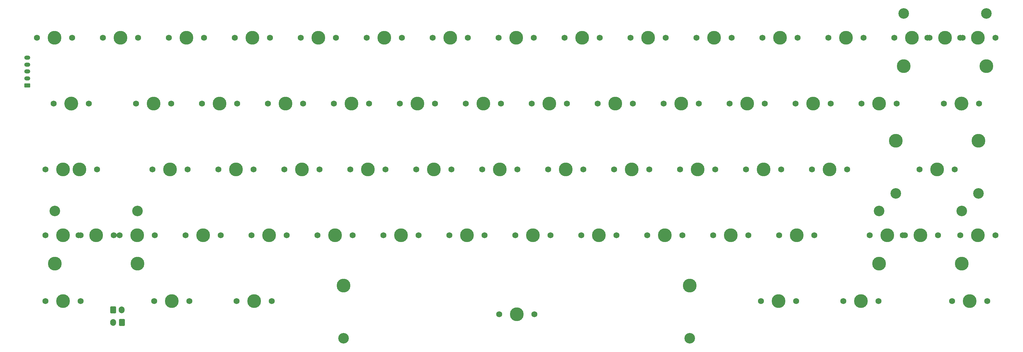
<source format=gbr>
%TF.GenerationSoftware,KiCad,Pcbnew,8.99.0-946-gf00a1ab517*%
%TF.CreationDate,2024-05-15T19:42:52+07:00*%
%TF.ProjectId,toro60_hs,746f726f-3630-45f6-9873-2e6b69636164,rev?*%
%TF.SameCoordinates,Original*%
%TF.FileFunction,Soldermask,Top*%
%TF.FilePolarity,Negative*%
%FSLAX46Y46*%
G04 Gerber Fmt 4.6, Leading zero omitted, Abs format (unit mm)*
G04 Created by KiCad (PCBNEW 8.99.0-946-gf00a1ab517) date 2024-05-15 19:42:52*
%MOMM*%
%LPD*%
G01*
G04 APERTURE LIST*
G04 Aperture macros list*
%AMRoundRect*
0 Rectangle with rounded corners*
0 $1 Rounding radius*
0 $2 $3 $4 $5 $6 $7 $8 $9 X,Y pos of 4 corners*
0 Add a 4 corners polygon primitive as box body*
4,1,4,$2,$3,$4,$5,$6,$7,$8,$9,$2,$3,0*
0 Add four circle primitives for the rounded corners*
1,1,$1+$1,$2,$3*
1,1,$1+$1,$4,$5*
1,1,$1+$1,$6,$7*
1,1,$1+$1,$8,$9*
0 Add four rect primitives between the rounded corners*
20,1,$1+$1,$2,$3,$4,$5,0*
20,1,$1+$1,$4,$5,$6,$7,0*
20,1,$1+$1,$6,$7,$8,$9,0*
20,1,$1+$1,$8,$9,$2,$3,0*%
G04 Aperture macros list end*
%ADD10C,1.750000*%
%ADD11C,3.987800*%
%ADD12C,4.000000*%
%ADD13RoundRect,0.250000X0.600000X0.750000X-0.600000X0.750000X-0.600000X-0.750000X0.600000X-0.750000X0*%
%ADD14O,1.700000X2.000000*%
%ADD15RoundRect,0.250000X0.625000X-0.350000X0.625000X0.350000X-0.625000X0.350000X-0.625000X-0.350000X0*%
%ADD16O,1.750000X1.200000*%
%ADD17C,3.048000*%
%ADD18RoundRect,0.250000X-0.600000X-0.750000X0.600000X-0.750000X0.600000X0.750000X-0.600000X0.750000X0*%
G04 APERTURE END LIST*
D10*
%TO.C,SW29*%
X301898000Y-155325000D03*
D11*
X306978000Y-155325000D03*
D12*
X306978000Y-155325000D03*
D10*
X312058000Y-155325000D03*
%TD*%
%TO.C,SW30*%
X57264000Y-174375000D03*
D11*
X52184000Y-174375000D03*
D10*
X47104000Y-174375000D03*
%TD*%
%TO.C,SW16*%
X44723000Y-155325000D03*
D11*
X49803000Y-155325000D03*
D12*
X49803000Y-155325000D03*
D10*
X54883000Y-155325000D03*
%TD*%
%TO.C,SW69*%
X272845999Y-212475000D03*
D11*
X277925999Y-212475000D03*
D10*
X283005999Y-212475000D03*
%TD*%
%TO.C,SW50*%
X178072500Y-193425000D03*
D11*
X183152500Y-193425000D03*
D10*
X188232500Y-193425000D03*
%TD*%
%TO.C,SW31*%
X73297500Y-174375000D03*
D11*
X78377500Y-174375000D03*
D10*
X83457500Y-174375000D03*
%TD*%
%TO.C,SW13*%
X268560000Y-136275000D03*
D11*
X273640000Y-136275000D03*
D10*
X278720000Y-136275000D03*
%TD*%
%TO.C,SW46*%
X101872500Y-193425000D03*
D11*
X106952500Y-193425000D03*
D10*
X112032500Y-193425000D03*
%TD*%
%TO.C,SW19*%
X106635000Y-155325000D03*
D11*
X111715000Y-155325000D03*
D10*
X116795000Y-155325000D03*
%TD*%
%TO.C,SW23*%
X182835000Y-155325000D03*
D11*
X187915000Y-155325000D03*
D10*
X192995000Y-155325000D03*
%TD*%
D13*
%TO.C,SWb\u00F4t1*%
X64435000Y-218675000D03*
D14*
X61935000Y-218675000D03*
%TD*%
D10*
%TO.C,SW53*%
X235222500Y-193425000D03*
D11*
X240302500Y-193425000D03*
D10*
X245382500Y-193425000D03*
%TD*%
%TO.C,SW28*%
X278085000Y-155325000D03*
D11*
X283165000Y-155325000D03*
D10*
X288245000Y-155325000D03*
%TD*%
%TO.C,SW56*%
X306660000Y-193425000D03*
D11*
X311740000Y-193425000D03*
D10*
X316820000Y-193425000D03*
%TD*%
%TO.C,SW34*%
X130447500Y-174375000D03*
D11*
X135527500Y-174375000D03*
D10*
X140607500Y-174375000D03*
%TD*%
%TO.C,SW45*%
X82822500Y-193425000D03*
D11*
X87902500Y-193425000D03*
D10*
X92982500Y-193425000D03*
%TD*%
%TO.C,SW2*%
X59010000Y-136275000D03*
D11*
X64090000Y-136275000D03*
D10*
X69170000Y-136275000D03*
%TD*%
%TO.C,SW21*%
X144735000Y-155325000D03*
D11*
X149815000Y-155325000D03*
D10*
X154895000Y-155325000D03*
%TD*%
%TO.C,SW3*%
X78060000Y-136275000D03*
D11*
X83140000Y-136275000D03*
D10*
X88220000Y-136275000D03*
%TD*%
%TO.C,SW26*%
X239985000Y-155325000D03*
D11*
X245065000Y-155325000D03*
D10*
X250145000Y-155325000D03*
%TD*%
D15*
%TO.C,J2*%
X37165000Y-150065000D03*
D16*
X37165000Y-148065000D03*
X37165000Y-146065000D03*
X37165000Y-144065000D03*
X37165000Y-142065000D03*
%TD*%
D10*
%TO.C,SW8*%
X173310000Y-136275000D03*
D11*
X178390000Y-136275000D03*
D10*
X183470000Y-136275000D03*
%TD*%
%TO.C,SW22*%
X163785000Y-155325000D03*
D11*
X168865000Y-155325000D03*
D10*
X173945000Y-155325000D03*
%TD*%
%TO.C,SW6*%
X135210000Y-136275000D03*
D11*
X140290000Y-136275000D03*
D10*
X145370000Y-136275000D03*
%TD*%
%TO.C,SW14*%
X297770000Y-136275000D03*
D11*
X292690000Y-136275000D03*
D10*
X287610000Y-136275000D03*
%TD*%
%TO.C,SW20*%
X125685000Y-155325000D03*
D11*
X130765000Y-155325000D03*
D10*
X135845000Y-155325000D03*
%TD*%
%TO.C,SW24*%
X201885000Y-155325000D03*
D11*
X206965000Y-155325000D03*
D10*
X212045000Y-155325000D03*
%TD*%
%TO.C,SW40*%
X244747500Y-174375000D03*
D11*
X249827500Y-174375000D03*
D10*
X254907500Y-174375000D03*
%TD*%
%TO.C,SW36*%
X168547500Y-174375000D03*
D11*
X173627500Y-174375000D03*
D10*
X178707500Y-174375000D03*
%TD*%
%TO.C,SW35*%
X149497500Y-174375000D03*
D11*
X154577500Y-174375000D03*
D10*
X159657500Y-174375000D03*
%TD*%
%TO.C,SW17*%
X68535000Y-155325000D03*
D11*
X73615000Y-155325000D03*
D10*
X78695000Y-155325000D03*
%TD*%
%TO.C,SW41*%
X263797500Y-174375000D03*
D11*
X268877500Y-174375000D03*
D10*
X273957500Y-174375000D03*
%TD*%
%TO.C,SW39*%
X225697500Y-174375000D03*
D11*
X230777500Y-174375000D03*
D10*
X235857500Y-174375000D03*
%TD*%
D11*
%TO.C,SW1005*%
X307009500Y-201680000D03*
D17*
X307009500Y-186440000D03*
D10*
X300151500Y-193425000D03*
D11*
X295071500Y-193425000D03*
D10*
X289991500Y-193425000D03*
D11*
X283133500Y-201680000D03*
D17*
X283133500Y-186440000D03*
%TD*%
D10*
%TO.C,SW11*%
X230460000Y-136275000D03*
D11*
X235540000Y-136275000D03*
D10*
X240620000Y-136275000D03*
%TD*%
%TO.C,SW49*%
X159022500Y-193425000D03*
D11*
X164102500Y-193425000D03*
D10*
X169182500Y-193425000D03*
%TD*%
D18*
%TO.C,SWb\u00F4trst1*%
X61915000Y-215055000D03*
D14*
X64415000Y-215055000D03*
%TD*%
D10*
%TO.C,SW12*%
X249510000Y-136275000D03*
D11*
X254590000Y-136275000D03*
D10*
X259670000Y-136275000D03*
%TD*%
%TO.C,SW1002*%
X42341000Y-174375000D03*
D11*
X47421000Y-174375000D03*
D10*
X52501000Y-174375000D03*
%TD*%
%TO.C,SW1*%
X39960000Y-136275000D03*
D11*
X45040000Y-136275000D03*
D10*
X50120000Y-136275000D03*
%TD*%
%TO.C,SW55*%
X280466500Y-193425000D03*
D11*
X285546500Y-193425000D03*
D10*
X290626500Y-193425000D03*
%TD*%
%TO.C,SW7*%
X154260000Y-136275000D03*
D11*
X159340000Y-136275000D03*
D10*
X164420000Y-136275000D03*
%TD*%
%TO.C,SW9*%
X192360000Y-136275000D03*
D11*
X197440000Y-136275000D03*
D10*
X202520000Y-136275000D03*
%TD*%
%TO.C,SW54*%
X254272500Y-193425000D03*
D11*
X259352500Y-193425000D03*
D10*
X264432500Y-193425000D03*
%TD*%
%TO.C,SW4*%
X97110000Y-136275000D03*
D11*
X102190000Y-136275000D03*
D10*
X107270000Y-136275000D03*
%TD*%
D11*
%TO.C,SW63*%
X128485100Y-208030000D03*
D17*
X128485100Y-223270000D03*
D10*
X173405000Y-216285000D03*
D11*
X178485000Y-216285000D03*
D10*
X183565000Y-216285000D03*
D11*
X228484900Y-208030000D03*
D17*
X228484900Y-223270000D03*
%TD*%
D10*
%TO.C,SW44*%
X73932500Y-193425000D03*
D11*
X68852500Y-193425000D03*
D10*
X63772500Y-193425000D03*
%TD*%
D11*
%TO.C,SW42*%
X287970099Y-166120000D03*
D17*
X287970099Y-181360000D03*
D10*
X294828099Y-174375000D03*
D11*
X299908099Y-174375000D03*
D10*
X304988099Y-174375000D03*
D11*
X311846099Y-166120000D03*
D17*
X311846099Y-181360000D03*
%TD*%
D10*
%TO.C,SW32*%
X92347500Y-174375000D03*
D11*
X97427500Y-174375000D03*
D10*
X102507500Y-174375000D03*
%TD*%
%TO.C,SW58*%
X73773500Y-212475000D03*
D11*
X78853500Y-212475000D03*
D10*
X83933500Y-212475000D03*
%TD*%
%TO.C,SW51*%
X197122500Y-193425000D03*
D11*
X202202500Y-193425000D03*
D10*
X207282500Y-193425000D03*
%TD*%
%TO.C,SW33*%
X111397500Y-174375000D03*
D11*
X116477500Y-174375000D03*
D10*
X121557500Y-174375000D03*
%TD*%
%TO.C,SW27*%
X259035000Y-155325000D03*
D11*
X264115000Y-155325000D03*
D10*
X269195000Y-155325000D03*
%TD*%
%TO.C,SW5*%
X116160000Y-136275000D03*
D11*
X121240000Y-136275000D03*
D10*
X126320000Y-136275000D03*
%TD*%
%TO.C,SW25*%
X220935000Y-155325000D03*
D11*
X226015000Y-155325000D03*
D10*
X231095000Y-155325000D03*
%TD*%
%TO.C,SW70*%
X304278500Y-212475000D03*
D11*
X309358500Y-212475000D03*
D10*
X314438500Y-212475000D03*
%TD*%
%TO.C,SW43*%
X52501000Y-193425000D03*
D11*
X47421000Y-193425000D03*
D10*
X42341000Y-193425000D03*
%TD*%
%TO.C,SW47*%
X120922500Y-193425000D03*
D11*
X126002500Y-193425000D03*
D10*
X131082500Y-193425000D03*
%TD*%
%TO.C,SW59*%
X97586000Y-212475000D03*
D11*
X102666000Y-212475000D03*
D10*
X107746000Y-212475000D03*
%TD*%
D17*
%TO.C,SW1004*%
X45082600Y-186440000D03*
D11*
X45082600Y-201680000D03*
D10*
X51940600Y-193425000D03*
D11*
X57020600Y-193425000D03*
D10*
X62100600Y-193425000D03*
D17*
X68958600Y-186440000D03*
D11*
X68958600Y-201680000D03*
%TD*%
D17*
%TO.C,SW1000*%
X290277000Y-129290000D03*
D11*
X290277000Y-144530000D03*
D10*
X297135000Y-136275000D03*
D11*
X302215000Y-136275000D03*
D10*
X307295000Y-136275000D03*
D17*
X314153000Y-129290000D03*
D11*
X314153000Y-144530000D03*
%TD*%
D10*
%TO.C,SW18*%
X87585000Y-155325000D03*
D11*
X92665000Y-155325000D03*
D10*
X97745000Y-155325000D03*
%TD*%
%TO.C,SW10*%
X211410000Y-136275000D03*
D11*
X216490000Y-136275000D03*
D10*
X221570000Y-136275000D03*
%TD*%
%TO.C,SW68*%
X249033499Y-212475000D03*
D11*
X254113499Y-212475000D03*
D10*
X259193499Y-212475000D03*
%TD*%
%TO.C,SW52*%
X216172500Y-193425000D03*
D11*
X221252500Y-193425000D03*
D10*
X226332500Y-193425000D03*
%TD*%
%TO.C,SW57*%
X42341000Y-212475000D03*
D11*
X47421000Y-212475000D03*
D10*
X52501000Y-212475000D03*
%TD*%
%TO.C,SW38*%
X206647500Y-174375000D03*
D11*
X211727500Y-174375000D03*
D10*
X216807500Y-174375000D03*
%TD*%
%TO.C,SW48*%
X139972500Y-193425000D03*
D11*
X145052500Y-193425000D03*
D10*
X150132500Y-193425000D03*
%TD*%
%TO.C,SW37*%
X187597500Y-174375000D03*
D11*
X192677500Y-174375000D03*
D10*
X197757500Y-174375000D03*
%TD*%
%TO.C,SW15*%
X316820000Y-136275000D03*
D11*
X311740000Y-136275000D03*
D10*
X306660000Y-136275000D03*
%TD*%
M02*

</source>
